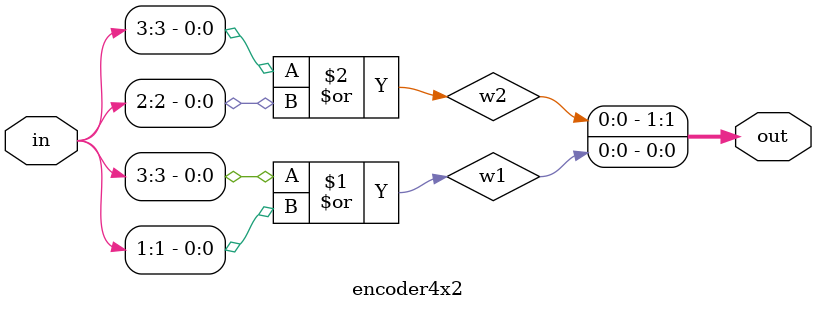
<source format=v>
module encoder4x2(input [3:0] in, output [1:0] out);

    wire w1,w2;

    or or1(w1,in[3],in[1]);
    or or2(w2, in[3],in[2]);

    assign out[0] = w1;
    assign out[1] = w2;


endmodule

</source>
